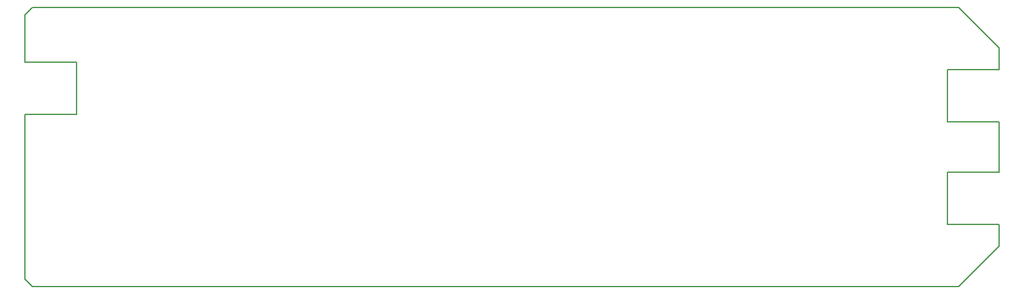
<source format=gbr>
G04 #@! TF.GenerationSoftware,KiCad,Pcbnew,7.0.7-2.fc38*
G04 #@! TF.CreationDate,2023-11-15T22:53:54+01:00*
G04 #@! TF.ProjectId,emfi,656d6669-2e6b-4696-9361-645f70636258,0.1*
G04 #@! TF.SameCoordinates,Original*
G04 #@! TF.FileFunction,Profile,NP*
%FSLAX46Y46*%
G04 Gerber Fmt 4.6, Leading zero omitted, Abs format (unit mm)*
G04 Created by KiCad (PCBNEW 7.0.7-2.fc38) date 2023-11-15 22:53:54*
%MOMM*%
%LPD*%
G01*
G04 APERTURE LIST*
G04 #@! TA.AperFunction,Profile*
%ADD10C,0.150000*%
G04 #@! TD*
G04 APERTURE END LIST*
D10*
X175500000Y-33500000D02*
X170000000Y-28000000D01*
X170000000Y-28000000D02*
X44000000Y-28000000D01*
X175500000Y-57560000D02*
X168500000Y-57560000D01*
X168500000Y-50440000D02*
X175500000Y-50440000D01*
X168500000Y-57560000D02*
X168500000Y-50440000D01*
X175500000Y-50440000D02*
X175500000Y-43560000D01*
X168500000Y-43560000D02*
X168500000Y-36440000D01*
X43000000Y-29000000D02*
X44000000Y-28000000D01*
X50050000Y-42560000D02*
X43000000Y-42560000D01*
X175500000Y-60500000D02*
X170000000Y-66000000D01*
X44000000Y-66000000D02*
X43000000Y-65000000D01*
X50050000Y-35440000D02*
X50050000Y-42560000D01*
X175500000Y-36440000D02*
X175500000Y-33500000D01*
X168500000Y-36440000D02*
X175500000Y-36440000D01*
X170000000Y-66000000D02*
X44000000Y-66000000D01*
X175500000Y-43560000D02*
X168500000Y-43560000D01*
X50050000Y-35440000D02*
X43000000Y-35440000D01*
X43000000Y-29000000D02*
X43000000Y-35440000D01*
X175500000Y-57560000D02*
X175500000Y-60500000D01*
X43000000Y-65000000D02*
X43000000Y-42560000D01*
M02*

</source>
